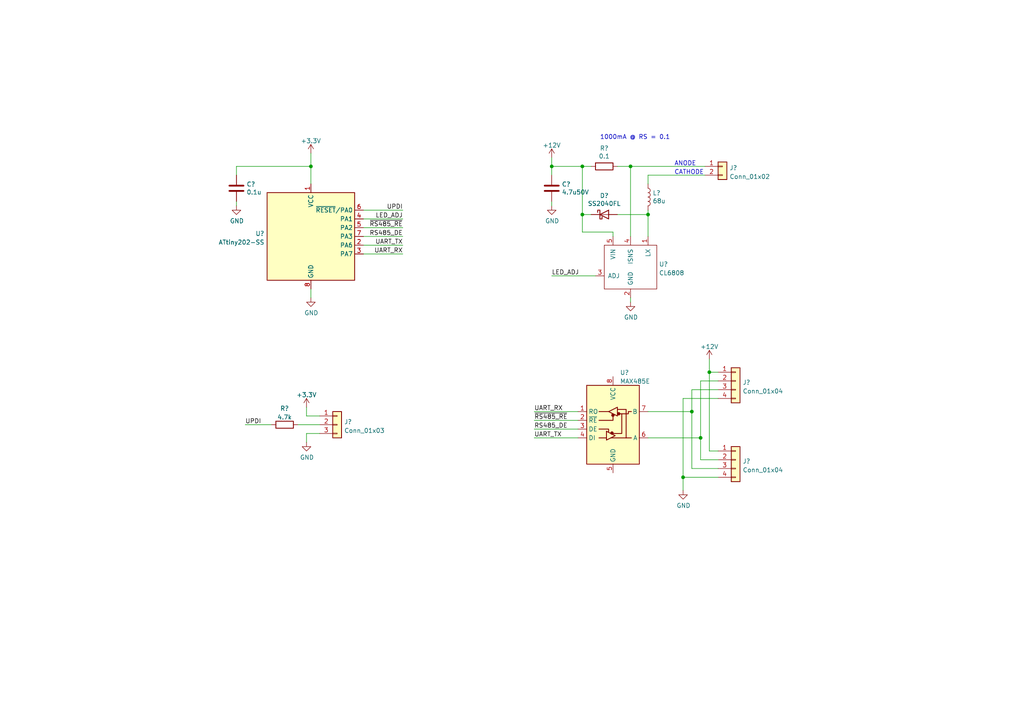
<source format=kicad_sch>
(kicad_sch (version 20211123) (generator eeschema)
  (paper "A4")
  (lib_symbols
    (symbol "CL6808:CL6808" (pin_names (offset 1.016))
      (property "Reference" "U" (at 12.7 1.27 0))
      (property "Value" "CL6808" (at 12.7 -1.27 0))
      (symbol "CL6808_0_1"
        (rectangle (start 7.62 -6.35) (end -7.62 6.35))
      )
      (symbol "CL6808_1_1"
        (pin open_collector line (at 5.08 8.89 270) (length 2.54) (name "LX") (number "1"))
        (pin power_in line (at 0 -8.89 90) (length 2.54) (name "GND") (number "2"))
        (pin input line (at -10.16 -2.54 0) (length 2.54) (name "ADJ") (number "3"))
        (pin input line (at 0 8.89 270) (length 2.54) (name "ISNS") (number "4"))
        (pin power_in line (at -5.08 8.89 270) (length 2.54) (name "VIN") (number "5"))
      )
    )
    (symbol "Connector_Generic:Conn_01x02" (pin_names (offset 1.016) hide)
      (property "Reference" "J" (at 0 2.54 0))
      (property "Value" "Conn_01x02" (at 0 -5.08 0))
      (symbol "Conn_01x02_1_1"
        (rectangle (start -1.27 -2.413) (end 0 -2.667) (stroke (width 0.1524)))
        (rectangle (start -1.27 0.127) (end 0 -0.127) (stroke (width 0.1524)))
        (rectangle (start -1.27 1.27) (end 1.27 -3.81) (stroke (width 0.254)) (fill (type background)))
        (pin passive line (at -5.08 0 0) (length 3.81) (name "Pin_1") (number "1"))
        (pin passive line (at -5.08 -2.54 0) (length 3.81) (name "Pin_2") (number "2"))
      )
    )
    (symbol "Connector_Generic:Conn_01x03" (pin_names (offset 1.016) hide)
      (property "Reference" "J" (at 0 5.08 0))
      (property "Value" "Conn_01x03" (at 0 -5.08 0))
      (symbol "Conn_01x03_1_1"
        (rectangle (start -1.27 -2.413) (end 0 -2.667) (stroke (width 0.1524)))
        (rectangle (start -1.27 0.127) (end 0 -0.127) (stroke (width 0.1524)))
        (rectangle (start -1.27 2.667) (end 0 2.413) (stroke (width 0.1524)))
        (rectangle (start -1.27 3.81) (end 1.27 -3.81) (stroke (width 0.254)) (fill (type background)))
        (pin passive line (at -5.08 2.54 0) (length 3.81) (name "Pin_1") (number "1"))
        (pin passive line (at -5.08 0 0) (length 3.81) (name "Pin_2") (number "2"))
        (pin passive line (at -5.08 -2.54 0) (length 3.81) (name "Pin_3") (number "3"))
      )
    )
    (symbol "Connector_Generic:Conn_01x04" (pin_names (offset 1.016) hide)
      (property "Reference" "J" (at 0 5.08 0))
      (property "Value" "Conn_01x04" (at 0 -7.62 0))
      (symbol "Conn_01x04_1_1"
        (rectangle (start -1.27 -4.953) (end 0 -5.207) (stroke (width 0.1524)))
        (rectangle (start -1.27 -2.413) (end 0 -2.667) (stroke (width 0.1524)))
        (rectangle (start -1.27 0.127) (end 0 -0.127) (stroke (width 0.1524)))
        (rectangle (start -1.27 2.667) (end 0 2.413) (stroke (width 0.1524)))
        (rectangle (start -1.27 3.81) (end 1.27 -6.35) (stroke (width 0.254)) (fill (type background)))
        (pin passive line (at -5.08 2.54 0) (length 3.81) (name "Pin_1") (number "1"))
        (pin passive line (at -5.08 0 0) (length 3.81) (name "Pin_2") (number "2"))
        (pin passive line (at -5.08 -2.54 0) (length 3.81) (name "Pin_3") (number "3"))
        (pin passive line (at -5.08 -5.08 0) (length 3.81) (name "Pin_4") (number "4"))
      )
    )
    (symbol "Device:C" (pin_numbers hide) (pin_names (offset 0.254))
      (property "Reference" "C" (at 0.635 2.54 0))
      (property "Value" "C" (at 0.635 -2.54 0))
      (symbol "C_0_1"
        (polyline (pts (xy -2.032 -0.762) (xy 2.032 -0.762)) (stroke (width 0.508)))
        (polyline (pts (xy -2.032 0.762) (xy 2.032 0.762)) (stroke (width 0.508)))
      )
      (symbol "C_1_1"
        (pin passive line (at 0 3.81 270) (length 2.794) (name "~") (number "1"))
        (pin passive line (at 0 -3.81 90) (length 2.794) (name "~") (number "2"))
      )
    )
    (symbol "Device:D_Schottky" (pin_numbers hide) (pin_names (offset 1.016) hide)
      (property "Reference" "D" (at 0 2.54 0))
      (property "Value" "D_Schottky" (at 0 -2.54 0))
      (symbol "D_Schottky_0_1"
        (polyline (pts (xy 1.27 0) (xy -1.27 0)))
        (polyline (pts (xy 1.27 1.27) (xy 1.27 -1.27) (xy -1.27 0) (xy 1.27 1.27)) (stroke (width 0.254)))
        (polyline (pts (xy -1.905 0.635) (xy -1.905 1.27) (xy -1.27 1.27) (xy -1.27 -1.27) (xy -0.635 -1.27) (xy -0.635 -0.635)) (stroke (width 0.254)))
      )
      (symbol "D_Schottky_1_1"
        (pin passive line (at -3.81 0 0) (length 2.54) (name "K") (number "1"))
        (pin passive line (at 3.81 0 180) (length 2.54) (name "A") (number "2"))
      )
    )
    (symbol "Device:L" (pin_numbers hide) (pin_names (offset 1.016) hide)
      (property "Reference" "L" (at -1.27 0 90))
      (property "Value" "L" (at 1.905 0 90))
      (symbol "L_0_1"
        (arc (start 0 -2.54) (mid 0.635 -1.905) (end 0 -1.27))
        (arc (start 0 -1.27) (mid 0.635 -0.635) (end 0 0))
        (arc (start 0 0) (mid 0.635 0.635) (end 0 1.27))
        (arc (start 0 1.27) (mid 0.635 1.905) (end 0 2.54))
      )
      (symbol "L_1_1"
        (pin passive line (at 0 3.81 270) (length 1.27) (name "1") (number "1"))
        (pin passive line (at 0 -3.81 90) (length 1.27) (name "2") (number "2"))
      )
    )
    (symbol "Device:R" (pin_numbers hide) (pin_names (offset 0))
      (property "Reference" "R" (at 2.032 0 90))
      (property "Value" "R" (at 0 0 90))
      (symbol "R_0_1"
        (rectangle (start -1.016 -2.54) (end 1.016 2.54) (stroke (width 0.254)))
      )
      (symbol "R_1_1"
        (pin passive line (at 0 3.81 270) (length 1.27) (name "~") (number "1"))
        (pin passive line (at 0 -3.81 90) (length 1.27) (name "~") (number "2"))
      )
    )
    (symbol "Interface_UART:MAX485E"
      (property "Reference" "U" (at -6.096 11.43 0))
      (property "Value" "MAX485E" (at 0.762 11.43 0))
      (symbol "MAX485E_0_1"
        (rectangle (start -7.62 10.16) (end 7.62 -12.7) (stroke (width 0.254)) (fill (type background)))
        (circle (center -0.3048 -3.683) (radius 0.3556) (stroke (width 0.254)) (fill (type outline)))
        (circle (center -0.0254 1.4986) (radius 0.3556) (stroke (width 0.254)) (fill (type outline)))
        (polyline (pts (xy -4.064 -5.08) (xy -1.905 -5.08)) (stroke (width 0.254)))
        (polyline (pts (xy -4.064 2.54) (xy -1.27 2.54)) (stroke (width 0.254)))
        (polyline (pts (xy -1.27 -3.2004) (xy -1.27 -3.4544)) (stroke (width 0.254)))
        (polyline (pts (xy -0.635 -5.08) (xy 5.334 -5.08)) (stroke (width 0.254)))
        (polyline (pts (xy -4.064 -2.54) (xy -1.27 -2.54) (xy -1.27 -3.175)) (stroke (width 0.254)))
        (polyline (pts (xy 0 1.27) (xy 0 0) (xy -4.064 0)) (stroke (width 0.254)))
        (polyline (pts (xy 1.27 3.175) (xy 3.81 3.175) (xy 3.81 -5.08)) (stroke (width 0.254)))
        (polyline (pts (xy 2.54 1.905) (xy 2.54 -3.81) (xy 0 -3.81)) (stroke (width 0.254)))
        (polyline (pts (xy -1.905 -3.175) (xy -1.905 -5.715) (xy 0.635 -4.445) (xy -1.905 -3.175)) (stroke (width 0.254)))
        (polyline (pts (xy -1.27 2.54) (xy 1.27 3.81) (xy 1.27 1.27) (xy -1.27 2.54)) (stroke (width 0.254)))
        (polyline (pts (xy 1.905 1.905) (xy 4.445 1.905) (xy 4.445 2.54) (xy 5.334 2.54)) (stroke (width 0.254)))
        (rectangle (start 1.27 3.175) (end 1.27 3.175))
        (circle (center 1.651 1.905) (radius 0.3556) (stroke (width 0.254)) (fill (type outline)))
      )
      (symbol "MAX485E_1_1"
        (pin output line (at -10.16 2.54 0) (length 2.54) (name "RO") (number "1"))
        (pin input line (at -10.16 0 0) (length 2.54) (name "~{RE}") (number "2"))
        (pin input line (at -10.16 -2.54 0) (length 2.54) (name "DE") (number "3"))
        (pin input line (at -10.16 -5.08 0) (length 2.54) (name "DI") (number "4"))
        (pin power_in line (at 0 -15.24 90) (length 2.54) (name "GND") (number "5"))
        (pin bidirectional line (at 10.16 -5.08 180) (length 2.54) (name "A") (number "6"))
        (pin bidirectional line (at 10.16 2.54 180) (length 2.54) (name "B") (number "7"))
        (pin power_in line (at 0 12.7 270) (length 2.54) (name "VCC") (number "8"))
      )
    )
    (symbol "MCU_Microchip_ATtiny:ATtiny202-SS"
      (property "Reference" "U" (at -12.7 13.97 0))
      (property "Value" "ATtiny202-SS" (at 2.54 -13.97 0))
      (symbol "ATtiny202-SS_0_1"
        (rectangle (start -12.7 -12.7) (end 12.7 12.7) (stroke (width 0.254)) (fill (type background)))
      )
      (symbol "ATtiny202-SS_1_1"
        (pin power_in line (at 0 15.24 270) (length 2.54) (name "VCC") (number "1"))
        (pin bidirectional line (at 15.24 -2.54 180) (length 2.54) (name "PA6") (number "2"))
        (pin bidirectional line (at 15.24 -5.08 180) (length 2.54) (name "PA7") (number "3"))
        (pin bidirectional line (at 15.24 5.08 180) (length 2.54) (name "PA1") (number "4"))
        (pin bidirectional line (at 15.24 2.54 180) (length 2.54) (name "PA2") (number "5"))
        (pin bidirectional line (at 15.24 7.62 180) (length 2.54) (name "~{RESET}/PA0") (number "6"))
        (pin bidirectional line (at 15.24 0 180) (length 2.54) (name "PA3") (number "7"))
        (pin power_in line (at 0 -15.24 90) (length 2.54) (name "GND") (number "8"))
      )
    )
    (symbol "power:+12V" (power) (pin_names (offset 0))
      (property "Value" "+12V" (at 0 3.556 0))
      (symbol "+12V_0_1"
        (polyline (pts (xy -0.762 1.27) (xy 0 2.54)))
        (polyline (pts (xy 0 0) (xy 0 2.54)))
        (polyline (pts (xy 0 2.54) (xy 0.762 1.27)))
      )
      (symbol "+12V_1_1"
        (pin power_in line (at 0 0 90) (length 0) hide (name "+12V") (number "1"))
      )
    )
    (symbol "power:+3.3V" (power) (pin_names (offset 0))
      (property "Value" "+3.3V" (at 0 3.556 0))
      (symbol "+3.3V_0_1"
        (polyline (pts (xy -0.762 1.27) (xy 0 2.54)))
        (polyline (pts (xy 0 0) (xy 0 2.54)))
        (polyline (pts (xy 0 2.54) (xy 0.762 1.27)))
      )
      (symbol "+3.3V_1_1"
        (pin power_in line (at 0 0 90) (length 0) hide (name "+3.3V") (number "1"))
      )
    )
    (symbol "power:GND" (power) (pin_names (offset 0))
      (property "Value" "GND" (at 0 -3.81 0))
      (symbol "GND_0_1"
        (polyline (pts (xy 0 0) (xy 0 -1.27) (xy 1.27 -1.27) (xy 0 -2.54) (xy -1.27 -1.27) (xy 0 -1.27)))
      )
      (symbol "GND_1_1"
        (pin power_in line (at 0 0 270) (length 0) hide (name "GND") (number "1"))
      )
    )
  )
  (junction (at 168.91 48.26))
  (junction (at 160.02 48.26))
  (junction (at 203.2 127))
  (junction (at 168.91 62.23))
  (junction (at 205.74 107.95))
  (junction (at 182.88 48.26))
  (junction (at 187.96 62.23))
  (junction (at 200.66 119.38))
  (junction (at 90.17 48.26))
  (junction (at 198.12 138.43))
  (wire (pts (xy 177.8 68.58) (xy 177.8 67.31)))
  (wire (pts (xy 182.88 86.36) (xy 182.88 87.63)))
  (wire (pts (xy 71.12 123.19) (xy 78.74 123.19)))
  (wire (pts (xy 187.96 50.8) (xy 204.47 50.8)))
  (wire (pts (xy 179.07 62.23) (xy 187.96 62.23)))
  (wire (pts (xy 208.28 107.95) (xy 205.74 107.95)))
  (wire (pts (xy 160.02 50.8) (xy 160.02 48.26)))
  (wire (pts (xy 171.45 62.23) (xy 168.91 62.23)))
  (wire (pts (xy 105.41 71.12) (xy 116.84 71.12)))
  (wire (pts (xy 203.2 110.49) (xy 203.2 127)))
  (wire (pts (xy 68.58 48.26) (xy 90.17 48.26)))
  (wire (pts (xy 88.9 120.65) (xy 92.71 120.65)))
  (wire (pts (xy 160.02 45.72) (xy 160.02 48.26)))
  (wire (pts (xy 187.96 127) (xy 203.2 127)))
  (wire (pts (xy 154.94 127) (xy 167.64 127)))
  (wire (pts (xy 187.96 119.38) (xy 200.66 119.38)))
  (wire (pts (xy 105.41 60.96) (xy 116.84 60.96)))
  (wire (pts (xy 177.8 67.31) (xy 168.91 67.31)))
  (wire (pts (xy 198.12 138.43) (xy 198.12 142.24)))
  (wire (pts (xy 154.94 119.38) (xy 167.64 119.38)))
  (wire (pts (xy 179.07 48.26) (xy 182.88 48.26)))
  (wire (pts (xy 92.71 125.73) (xy 88.9 125.73)))
  (wire (pts (xy 208.28 138.43) (xy 198.12 138.43)))
  (wire (pts (xy 187.96 53.34) (xy 187.96 50.8)))
  (wire (pts (xy 168.91 67.31) (xy 168.91 62.23)))
  (wire (pts (xy 105.41 73.66) (xy 116.84 73.66)))
  (wire (pts (xy 160.02 80.01) (xy 172.72 80.01)))
  (wire (pts (xy 205.74 130.81) (xy 208.28 130.81)))
  (wire (pts (xy 90.17 48.26) (xy 90.17 53.34)))
  (wire (pts (xy 200.66 113.03) (xy 200.66 119.38)))
  (wire (pts (xy 182.88 48.26) (xy 204.47 48.26)))
  (wire (pts (xy 160.02 58.42) (xy 160.02 59.69)))
  (wire (pts (xy 68.58 48.26) (xy 68.58 50.8)))
  (wire (pts (xy 86.36 123.19) (xy 92.71 123.19)))
  (wire (pts (xy 205.74 107.95) (xy 205.74 130.81)))
  (wire (pts (xy 200.66 119.38) (xy 200.66 135.89)))
  (wire (pts (xy 182.88 68.58) (xy 182.88 48.26)))
  (wire (pts (xy 105.41 68.58) (xy 116.84 68.58)))
  (wire (pts (xy 154.94 124.46) (xy 167.64 124.46)))
  (wire (pts (xy 88.9 125.73) (xy 88.9 128.27)))
  (wire (pts (xy 168.91 48.26) (xy 171.45 48.26)))
  (wire (pts (xy 208.28 113.03) (xy 200.66 113.03)))
  (wire (pts (xy 200.66 135.89) (xy 208.28 135.89)))
  (wire (pts (xy 203.2 127) (xy 203.2 133.35)))
  (wire (pts (xy 88.9 120.65) (xy 88.9 118.11)))
  (wire (pts (xy 168.91 62.23) (xy 168.91 48.26)))
  (wire (pts (xy 198.12 115.57) (xy 208.28 115.57)))
  (wire (pts (xy 160.02 48.26) (xy 168.91 48.26)))
  (wire (pts (xy 208.28 110.49) (xy 203.2 110.49)))
  (wire (pts (xy 154.94 121.92) (xy 167.64 121.92)))
  (wire (pts (xy 198.12 138.43) (xy 198.12 115.57)))
  (wire (pts (xy 105.41 66.04) (xy 116.84 66.04)))
  (wire (pts (xy 90.17 83.82) (xy 90.17 86.36)))
  (wire (pts (xy 187.96 62.23) (xy 187.96 60.96)))
  (wire (pts (xy 205.74 104.14) (xy 205.74 107.95)))
  (wire (pts (xy 90.17 48.26) (xy 90.17 44.45)))
  (wire (pts (xy 187.96 68.58) (xy 187.96 62.23)))
  (wire (pts (xy 68.58 58.42) (xy 68.58 59.69)))
  (wire (pts (xy 203.2 133.35) (xy 208.28 133.35)))
  (wire (pts (xy 105.41 63.5) (xy 116.84 63.5)))
  (text "1000mA @ RS = 0.1" (at 173.99 40.64 0) (effects (font (size 1.27 1.27)) (justify left bottom)))
  (text "CATHODE" (at 195.58 50.8 0) (effects (font (size 1.27 1.27)) (justify left bottom)))
  (text "ANODE" (at 195.58 48.26 0) (effects (font (size 1.27 1.27)) (justify left bottom)))
  (label "~{RS485_RE}" (at 154.94 121.92 0))
  (label "LED_ADJ" (at 116.84 63.5 180))
  (label "UPDI" (at 116.84 60.96 180))
  (label "UART_TX" (at 154.94 127 0))
  (label "LED_ADJ" (at 160.02 80.01 0))
  (label "RS485_DE" (at 154.94 124.46 0))
  (label "UART_RX" (at 154.94 119.38 0))
  (label "UART_TX" (at 116.84 71.12 180))
  (label "~{RS485_RE}" (at 116.84 66.04 180))
  (label "UPDI" (at 71.12 123.19 0))
  (label "UART_RX" (at 116.84 73.66 180))
  (label "RS485_DE" (at 116.84 68.58 180))
  (symbol (lib_id "Device:L") (at 187.96 57.15 0) (unit 1)
    (property "Reference" "L?" (at 189.2808 55.9816 0) (effects (justify left)))
    (property "Value" "68u" (at 189.2808 58.293 0) (effects (justify left)))
    (property "Footprint" "Inductor_SMD:L_Taiyo-Yuden_NR-10050_9.8x10.0mm" (effects hide))
    (property "Datasheet" "https://akizukidenshi.com/catalog/g/gP-08323/" (effects hide))
  )
  (symbol (lib_id "power:GND") (at 182.88 87.63 0) (unit 1)
    (property "Reference" "#PWR?" (effects hide))
    (property "Value" "GND" (at 183.007 92.0242 0))
  )
  (symbol (lib_id "MCU_Microchip_ATtiny:ATtiny202-SS") (at 90.17 68.58 0) (unit 1)
    (property "Reference" "U?" (at 76.7081 67.7453 0) (effects (justify right)))
    (property "Value" "ATtiny202-SS" (at 76.7081 70.2822 0) (effects (justify right)))
    (property "Footprint" "Package_SO:SOIC-8_3.9x4.9mm_P1.27mm" (effects hide))
    (property "Datasheet" "http://ww1.microchip.com/downloads/en/DeviceDoc/ATtiny202-402-AVR-MCU-with-Core-Independent-Peripherals_and-picoPower-40001969A.pdf" (effects hide))
  )
  (symbol (lib_id "power:+12V") (at 205.74 104.14 0) (unit 1)
    (property "Reference" "#PWR?" (effects hide))
    (property "Value" "+12V" (at 205.74 100.5642 0))
  )
  (symbol (lib_id "power:GND") (at 68.58 59.69 0) (unit 1)
    (property "Reference" "#PWR?" (effects hide))
    (property "Value" "GND" (at 68.707 64.0842 0))
  )
  (symbol (lib_id "power:GND") (at 88.9 128.27 0) (unit 1)
    (property "Reference" "#PWR?" (effects hide))
    (property "Value" "GND" (at 89.027 132.6642 0))
  )
  (symbol (lib_id "CL6808:CL6808") (at 182.88 77.47 0) (unit 1)
    (property "Reference" "U?" (at 191.135 76.6353 0) (effects (justify left)))
    (property "Value" "CL6808" (at 191.135 79.1722 0) (effects (justify left)))
    (property "Footprint" "Package_TO_SOT_SMD:SOT-89-5" (effects hide))
    (property "Datasheet" "https://akizukidenshi.com/download/ds/chiplink/CL6808_p.pdf" (effects hide))
  )
  (symbol (lib_id "Connector_Generic:Conn_01x04") (at 213.36 133.35 0) (unit 1)
    (property "Reference" "J?" (at 215.392 133.7853 0) (effects (justify left)))
    (property "Value" "Conn_01x04" (at 215.392 136.3222 0) (effects (justify left)))
  )
  (symbol (lib_id "power:GND") (at 160.02 59.69 0) (unit 1)
    (property "Reference" "#PWR?" (effects hide))
    (property "Value" "GND" (at 160.147 64.0842 0))
  )
  (symbol (lib_id "Connector_Generic:Conn_01x02") (at 209.55 48.26 0) (unit 1)
    (property "Reference" "J?" (at 211.582 48.6953 0) (effects (justify left)))
    (property "Value" "Conn_01x02" (at 211.582 51.2322 0) (effects (justify left)))
    (property "Footprint" "Connector_Wire:SolderWire-2.5sqmm_1x02_P7.2mm_D2.4mm_OD3.6mm_Relief" (effects hide))
  )
  (symbol (lib_id "Device:R") (at 82.55 123.19 90) (unit 1)
    (property "Reference" "R?" (at 82.55 118.4742 90))
    (property "Value" "4.7k" (at 82.55 121.0111 90))
  )
  (symbol (lib_id "power:GND") (at 198.12 142.24 0) (unit 1)
    (property "Reference" "#PWR?" (effects hide))
    (property "Value" "GND" (at 198.247 146.6342 0))
  )
  (symbol (lib_id "power:GND") (at 90.17 86.36 0) (unit 1)
    (property "Reference" "#PWR?" (effects hide))
    (property "Value" "GND" (at 90.297 90.7542 0))
  )
  (symbol (lib_id "Interface_UART:MAX485E") (at 177.8 121.92 0) (unit 1)
    (property "Reference" "U?" (at 179.8194 108.0602 0) (effects (justify left)))
    (property "Value" "MAX485E" (at 179.8194 110.5971 0) (effects (justify left)))
    (property "Footprint" "Package_SO:SOP-8_3.9x4.9mm_P1.27mm" (effects hide))
    (property "Datasheet" "https://datasheets.maximintegrated.com/en/ds/MAX1487E-MAX491E.pdf" (effects hide))
  )
  (symbol (lib_id "Device:C") (at 68.58 54.61 0) (unit 1)
    (property "Reference" "C?" (at 71.501 53.4416 0) (effects (justify left)))
    (property "Value" "0.1u" (at 71.501 55.753 0) (effects (justify left)))
    (property "Footprint" "Capacitor_SMD:C_0805_2012Metric" (effects hide))
    (property "Datasheet" "https://akizukidenshi.com/catalog/g/gP-13605/" (effects hide))
  )
  (symbol (lib_id "Device:R") (at 175.26 48.26 270) (unit 1)
    (property "Reference" "R?" (at 175.26 43.0022 90))
    (property "Value" "0.1" (at 175.26 45.3136 90))
    (property "Footprint" "Resistor_SMD:R_1210_3225Metric" (effects hide))
    (property "Datasheet" "https://akizukidenshi.com/catalog/g/gR-10822/" (effects hide))
  )
  (symbol (lib_id "power:+3.3V") (at 90.17 44.45 0) (unit 1)
    (property "Reference" "#PWR?" (effects hide))
    (property "Value" "+3.3V" (at 90.17 40.8742 0))
  )
  (symbol (lib_id "power:+12V") (at 160.02 45.72 0) (unit 1)
    (property "Reference" "#PWR?" (effects hide))
    (property "Value" "+12V" (at 160.02 42.1442 0))
  )
  (symbol (lib_id "Device:C") (at 160.02 54.61 0) (unit 1)
    (property "Reference" "C?" (at 162.941 53.4416 0) (effects (justify left)))
    (property "Value" "4.7u50V" (at 162.941 55.753 0) (effects (justify left)))
    (property "Footprint" "Capacitor_SMD:C_0805_2012Metric" (effects hide))
    (property "Datasheet" "https://akizukidenshi.com/catalog/g/gP-13605/" (effects hide))
  )
  (symbol (lib_id "Device:D_Schottky") (at 175.26 62.23 0) (unit 1)
    (property "Reference" "D?" (at 175.26 56.7436 0))
    (property "Value" "SS2040FL" (at 175.26 59.055 0))
    (property "Footprint" "Diode_SMD:D_SOD-123F" (effects hide))
    (property "Datasheet" "https://akizukidenshi.com/catalog/g/gI-02073/" (effects hide))
  )
  (symbol (lib_id "Connector_Generic:Conn_01x03") (at 97.79 123.19 0) (unit 1)
    (property "Reference" "J?" (at 99.822 122.3553 0) (effects (justify left)))
    (property "Value" "Conn_01x03" (at 99.822 124.8922 0) (effects (justify left)))
    (property "Footprint" "Connector_PinHeader_2.54mm:PinHeader_1x03_P2.54mm_Vertical" (effects hide))
  )
  (symbol (lib_id "Connector_Generic:Conn_01x04") (at 213.36 110.49 0) (unit 1)
    (property "Reference" "J?" (at 215.392 110.9253 0) (effects (justify left)))
    (property "Value" "Conn_01x04" (at 215.392 113.4622 0) (effects (justify left)))
  )
  (symbol (lib_id "power:+3.3V") (at 88.9 118.11 0) (unit 1)
    (property "Reference" "#PWR?" (effects hide))
    (property "Value" "+3.3V" (at 88.9 114.5342 0))
  )
)
</source>
